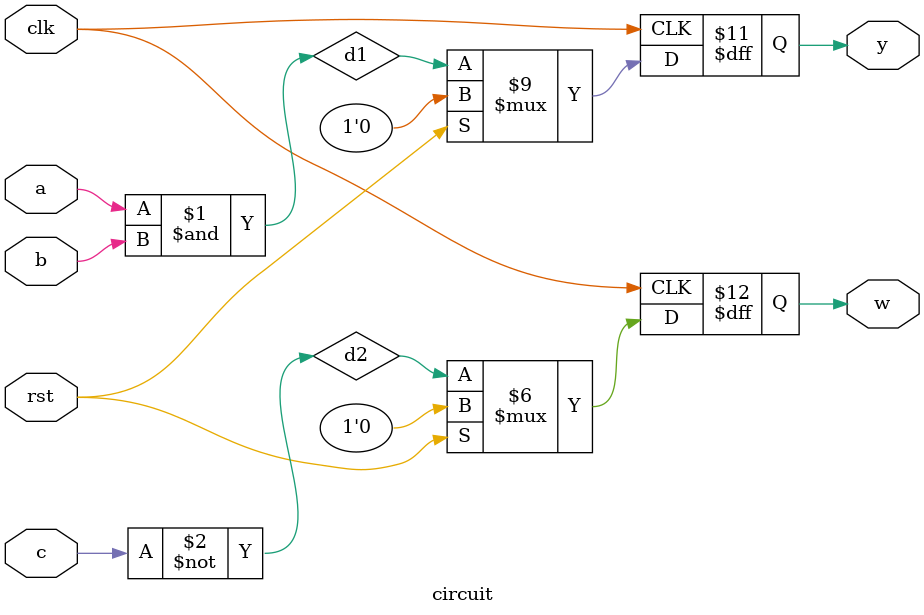
<source format=v>
module circuit(a,b,c,rst,clk,y,w);
input a,b,c,rst,clk;
output reg y,w;
wire d1,d2;
assign d1=a&b;
assign d2=~c;
always@(posedge clk ) begin
if(rst==1)	begin 
			y=0;w=0; 
			end

else 		begin 	
			y=d1;w=d2; 	
			end
end
endmodule

</source>
